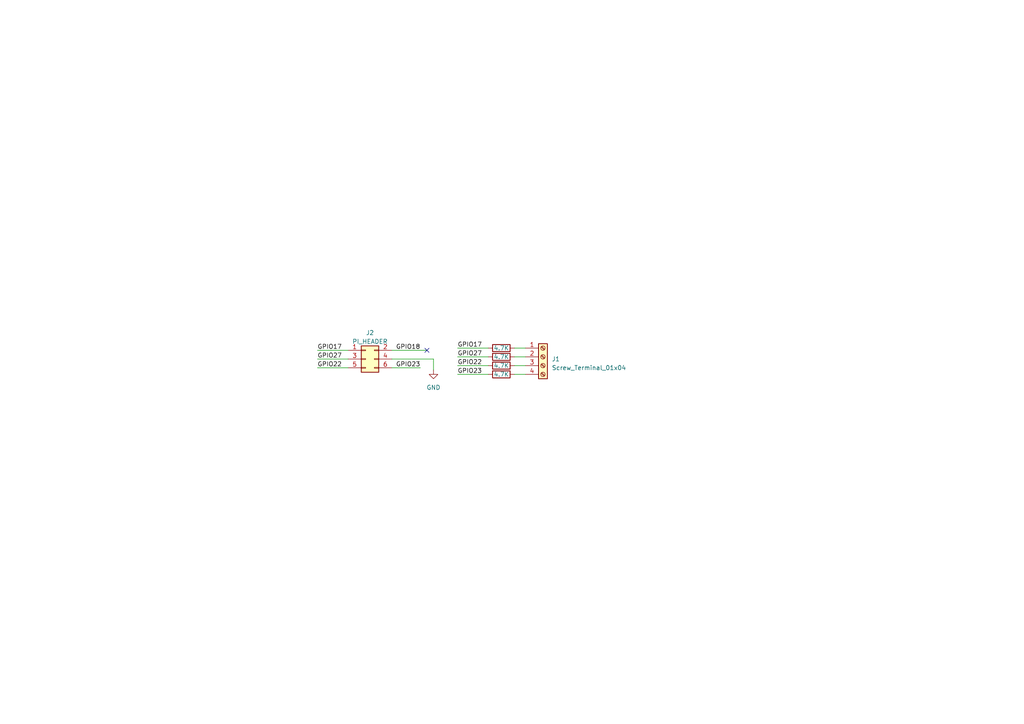
<source format=kicad_sch>
(kicad_sch (version 20221206) (generator eeschema)
  (paper "A4")
  (lib_symbols
    (symbol "Connector:Screw_Terminal_01x04" (pin_names (offset 1.016) hide)
      (property "Reference" "J" (at 0 5.08 0))
      (property "Value" "Screw_Terminal_01x04" (at 0 -7.62 0))
      (symbol "Screw_Terminal_01x04_1_1"
        (rectangle (start -1.27 3.81) (end 1.27 -6.35) (stroke (width 0.254)) (fill (type background)))
        (circle (center 0 -5.08) (radius 0.635) (stroke (width 0.1524)))
        (circle (center 0 -2.54) (radius 0.635) (stroke (width 0.1524)))
        (polyline (pts (xy -0.5334 -4.7498) (xy 0.3302 -5.588)) (stroke (width 0.1524)))
        (polyline (pts (xy -0.5334 -2.2098) (xy 0.3302 -3.048)) (stroke (width 0.1524)))
        (polyline (pts (xy -0.5334 0.3302) (xy 0.3302 -0.508)) (stroke (width 0.1524)))
        (polyline (pts (xy -0.5334 2.8702) (xy 0.3302 2.032)) (stroke (width 0.1524)))
        (polyline (pts (xy -0.3556 -4.572) (xy 0.508 -5.4102)) (stroke (width 0.1524)))
        (polyline (pts (xy -0.3556 -2.032) (xy 0.508 -2.8702)) (stroke (width 0.1524)))
        (polyline (pts (xy -0.3556 0.508) (xy 0.508 -0.3302)) (stroke (width 0.1524)))
        (polyline (pts (xy -0.3556 3.048) (xy 0.508 2.2098)) (stroke (width 0.1524)))
        (circle (center 0 0) (radius 0.635) (stroke (width 0.1524)))
        (circle (center 0 2.54) (radius 0.635) (stroke (width 0.1524)))
        (pin passive line (at -5.08 2.54 0) (length 3.81) (name "Pin_1") (number "1"))
        (pin passive line (at -5.08 0 0) (length 3.81) (name "Pin_2") (number "2"))
        (pin passive line (at -5.08 -2.54 0) (length 3.81) (name "Pin_3") (number "3"))
        (pin passive line (at -5.08 -5.08 0) (length 3.81) (name "Pin_4") (number "4"))
      )
    )
    (symbol "Connector_Generic:Conn_02x03_Odd_Even" (pin_names (offset 1.016) hide)
      (property "Reference" "J" (at 1.27 5.08 0))
      (property "Value" "Conn_02x03_Odd_Even" (at 1.27 -5.08 0))
      (symbol "Conn_02x03_Odd_Even_1_1"
        (rectangle (start -1.27 -2.413) (end 0 -2.667) (stroke (width 0.1524)))
        (rectangle (start -1.27 0.127) (end 0 -0.127) (stroke (width 0.1524)))
        (rectangle (start -1.27 2.667) (end 0 2.413) (stroke (width 0.1524)))
        (rectangle (start -1.27 3.81) (end 3.81 -3.81) (stroke (width 0.254)) (fill (type background)))
        (rectangle (start 3.81 -2.413) (end 2.54 -2.667) (stroke (width 0.1524)))
        (rectangle (start 3.81 0.127) (end 2.54 -0.127) (stroke (width 0.1524)))
        (rectangle (start 3.81 2.667) (end 2.54 2.413) (stroke (width 0.1524)))
        (pin passive line (at -5.08 2.54 0) (length 3.81) (name "Pin_1") (number "1"))
        (pin passive line (at 7.62 2.54 180) (length 3.81) (name "Pin_2") (number "2"))
        (pin passive line (at -5.08 0 0) (length 3.81) (name "Pin_3") (number "3"))
        (pin passive line (at 7.62 0 180) (length 3.81) (name "Pin_4") (number "4"))
        (pin passive line (at -5.08 -2.54 0) (length 3.81) (name "Pin_5") (number "5"))
        (pin passive line (at 7.62 -2.54 180) (length 3.81) (name "Pin_6") (number "6"))
      )
    )
    (symbol "Device:R" (pin_numbers hide) (pin_names (offset 0))
      (property "Reference" "R" (at 2.032 0 90))
      (property "Value" "R" (at 0 0 90))
      (symbol "R_0_1"
        (rectangle (start -1.016 -2.54) (end 1.016 2.54) (stroke (width 0.254)))
      )
      (symbol "R_1_1"
        (pin passive line (at 0 3.81 270) (length 1.27) (name "~") (number "1"))
        (pin passive line (at 0 -3.81 90) (length 1.27) (name "~") (number "2"))
      )
    )
    (symbol "power:GND" (power) (pin_names (offset 0))
      (property "Value" "GND" (at 0 -3.81 0))
      (symbol "GND_0_1"
        (polyline (pts (xy 0 0) (xy 0 -1.27) (xy 1.27 -1.27) (xy 0 -2.54) (xy -1.27 -1.27) (xy 0 -1.27)))
      )
      (symbol "GND_1_1"
        (pin power_in line (at 0 0 270) (length 0) hide (name "GND") (number "1"))
      )
    )
  )
  (no_connect (at 123.825 101.6))
  (wire (pts (xy 92.075 101.6) (xy 100.965 101.6)))
  (wire (pts (xy 92.075 106.68) (xy 100.965 106.68)))
  (wire (pts (xy 149.225 108.585) (xy 152.4 108.585)))
  (wire (pts (xy 113.665 104.14) (xy 125.73 104.14)))
  (wire (pts (xy 113.665 101.6) (xy 123.825 101.6)))
  (wire (pts (xy 132.715 103.505) (xy 141.605 103.505)))
  (wire (pts (xy 149.225 100.965) (xy 152.4 100.965)))
  (wire (pts (xy 113.665 106.68) (xy 121.92 106.68)))
  (wire (pts (xy 149.225 103.505) (xy 152.4 103.505)))
  (wire (pts (xy 92.075 104.14) (xy 100.965 104.14)))
  (wire (pts (xy 132.715 100.965) (xy 141.605 100.965)))
  (wire (pts (xy 132.715 106.045) (xy 141.605 106.045)))
  (wire (pts (xy 149.225 106.045) (xy 152.4 106.045)))
  (wire (pts (xy 125.73 107.315) (xy 125.73 104.14)))
  (wire (pts (xy 132.715 108.585) (xy 141.605 108.585)))
  (label "GPIO18" (at 121.92 101.6 180))
  (label "GPIO23" (at 121.92 106.68 180))
  (label "GPIO27" (at 132.715 103.505 0))
  (label "GPIO22" (at 92.075 106.68 0))
  (label "GPIO27" (at 92.075 104.14 0))
  (label "GPIO17" (at 132.715 100.965 0))
  (label "GPIO22" (at 132.715 106.045 0))
  (label "GPIO23" (at 132.715 108.585 0))
  (label "GPIO17" (at 92.075 101.6 0))
  (symbol (lib_id "Device:R") (at 145.415 103.505 270) (unit 1)
    (property "Reference" "R6" (effects hide))
    (property "Value" "4.7K" (at 145.415 103.505 90))
    (property "Footprint" "Resistor_THT:R_Axial_DIN0204_L3.6mm_D1.6mm_P5.08mm_Horizontal" (effects hide))
  )
  (symbol (lib_id "power:GND") (at 125.73 107.315 0) (unit 1)
    (property "Reference" "#PWR02" (effects hide))
    (property "Value" "GND" (at 125.73 112.395 0))
  )
  (symbol (lib_id "Device:R") (at 145.415 100.965 270) (unit 1)
    (property "Reference" "R7" (effects hide))
    (property "Value" "4.7K" (at 145.415 100.965 90))
    (property "Footprint" "Resistor_THT:R_Axial_DIN0204_L3.6mm_D1.6mm_P5.08mm_Horizontal" (effects hide))
  )
  (symbol (lib_id "Connector:Screw_Terminal_01x04") (at 157.48 103.505 0) (unit 1)
    (property "Reference" "J1" (at 160.02 104.14 0) (effects (justify left)))
    (property "Value" "Screw_Terminal_01x04" (at 160.02 106.68 0) (effects (justify left)))
    (property "Footprint" "TerminalBlock_Phoenix:TerminalBlock_Phoenix_MKDS-1,5-4_1x04_P5.00mm_Horizontal" (effects hide))
  )
  (symbol (lib_id "Device:R") (at 145.415 108.585 270) (unit 1)
    (property "Reference" "R4" (effects hide))
    (property "Value" "4.7K" (at 145.415 108.585 90))
    (property "Footprint" "Resistor_THT:R_Axial_DIN0204_L3.6mm_D1.6mm_P5.08mm_Horizontal" (effects hide))
  )
  (symbol (lib_id "Connector_Generic:Conn_02x03_Odd_Even") (at 106.045 104.14 0) (unit 1)
    (property "Reference" "J2" (at 107.315 96.52 0))
    (property "Value" "PI_HEADER" (at 107.315 99.06 0))
    (property "Footprint" "Connector_PinSocket_2.54mm:PinSocket_2x03_P2.54mm_Vertical" (effects hide))
  )
  (symbol (lib_id "Device:R") (at 145.415 106.045 270) (unit 1)
    (property "Reference" "R5" (effects hide))
    (property "Value" "4.7K" (at 145.415 106.045 90))
    (property "Footprint" "Resistor_THT:R_Axial_DIN0204_L3.6mm_D1.6mm_P5.08mm_Horizontal" (effects hide))
  )
)
</source>
